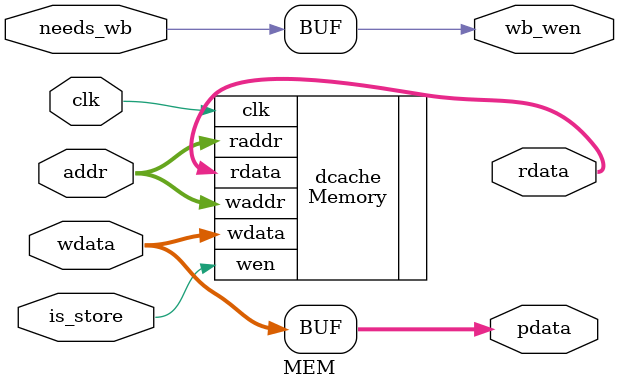
<source format=v>
`include "Memory.v"

module MEM (
	input clk,    			// Clock
	input [31:0] addr,		// Address to/from which the data is written/read  (LW/SW)
	input [31:0] wdata,		// The data to be written, EXE output (SW)
	input needs_wb,			// If the instruction needs WB
	input is_store,			// 
	output [31:0] rdata,	// The data which are read from data cache
	output [31:0] pdata,	// The data from EXE output
	output wb_wen			// If the data are gonna be written in RF
);

Memory #(.INIT_MEM_FILE("datacache.init")) dcache(
	.clk(clk),
	.raddr(addr),
	.rdata(rdata),
	.waddr(addr),
	.wdata(wdata),
	.wen(is_store)
	);

//Pipeline signal passing
assign wb_wen = needs_wb;	//
assign pdata = wdata;		// Bypass data to WB stage if it is not load

endmodule
</source>
